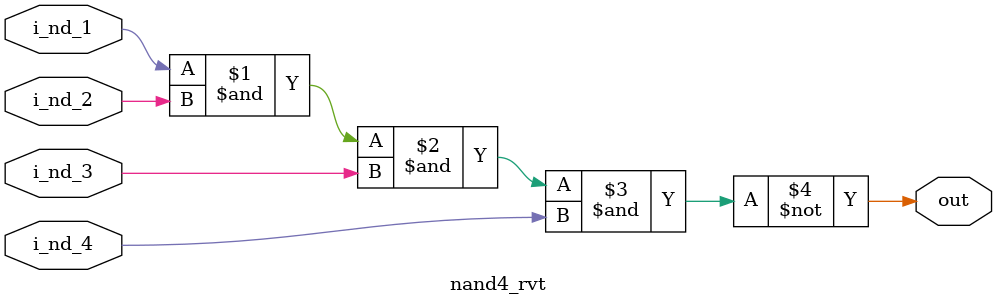
<source format=v>

`timescale 1ps / 100fs

module RO_nand4_rvt_65(
input wire i_Enable,
input wire i_Sel,
output wire o_RO_out
);

/////////////////// Define wires between nand gates ///////////////////
wire [125:0] w_nd_Conn;

assign #100 o_RO_out = ~(w_nd_Conn[125] & w_nd_Conn[125] & i_Sel & i_Enable);

nand4_rvt U1(
.i_nd_1(o_RO_out),
.i_nd_2(o_RO_out),
.i_nd_3(o_RO_out),
.i_nd_4(o_RO_out),
.out(w_nd_Conn[0])
);

nand4_rvt U2(
.i_nd_1(w_nd_Conn[0]),
.i_nd_2(w_nd_Conn[0]),
.i_nd_3(w_nd_Conn[0]),
.i_nd_4(w_nd_Conn[0]),
.out(w_nd_Conn[1])
);

nand4_rvt U3(
.i_nd_1(w_nd_Conn[1]),
.i_nd_2(w_nd_Conn[1]),
.i_nd_3(w_nd_Conn[1]),
.i_nd_4(w_nd_Conn[1]),
.out(w_nd_Conn[2])
);

nand4_rvt U4(
.i_nd_1(w_nd_Conn[2]),
.i_nd_2(w_nd_Conn[2]),
.i_nd_3(w_nd_Conn[2]),
.i_nd_4(w_nd_Conn[2]),
.out(w_nd_Conn[3])
);

nand4_rvt U5(
.i_nd_1(w_nd_Conn[3]),
.i_nd_2(w_nd_Conn[3]),
.i_nd_3(w_nd_Conn[3]),
.i_nd_4(w_nd_Conn[3]),
.out(w_nd_Conn[4])
);

nand4_rvt U6(
.i_nd_1(w_nd_Conn[4]),
.i_nd_2(w_nd_Conn[4]),
.i_nd_3(w_nd_Conn[4]),
.i_nd_4(w_nd_Conn[4]),
.out(w_nd_Conn[5])
);

nand4_rvt U7(
.i_nd_1(w_nd_Conn[5]),
.i_nd_2(w_nd_Conn[5]),
.i_nd_3(w_nd_Conn[5]),
.i_nd_4(w_nd_Conn[5]),
.out(w_nd_Conn[6])
);

nand4_rvt U8(
.i_nd_1(w_nd_Conn[6]),
.i_nd_2(w_nd_Conn[6]),
.i_nd_3(w_nd_Conn[6]),
.i_nd_4(w_nd_Conn[6]),
.out(w_nd_Conn[7])
);

nand4_rvt U9(
.i_nd_1(w_nd_Conn[7]),
.i_nd_2(w_nd_Conn[7]),
.i_nd_3(w_nd_Conn[7]),
.i_nd_4(w_nd_Conn[7]),
.out(w_nd_Conn[8])
);

nand4_rvt U10(
.i_nd_1(w_nd_Conn[8]),
.i_nd_2(w_nd_Conn[8]),
.i_nd_3(w_nd_Conn[8]),
.i_nd_4(w_nd_Conn[8]),
.out(w_nd_Conn[9])
);

nand4_rvt U11(
.i_nd_1(w_nd_Conn[9]),
.i_nd_2(w_nd_Conn[9]),
.i_nd_3(w_nd_Conn[9]),
.i_nd_4(w_nd_Conn[9]),
.out(w_nd_Conn[10])
);

nand4_rvt U12(
.i_nd_1(w_nd_Conn[10]),
.i_nd_2(w_nd_Conn[10]),
.i_nd_3(w_nd_Conn[10]),
.i_nd_4(w_nd_Conn[10]),
.out(w_nd_Conn[11])
);

nand4_rvt U13(
.i_nd_1(w_nd_Conn[11]),
.i_nd_2(w_nd_Conn[11]),
.i_nd_3(w_nd_Conn[11]),
.i_nd_4(w_nd_Conn[11]),
.out(w_nd_Conn[12])
);

nand4_rvt U14(
.i_nd_1(w_nd_Conn[12]),
.i_nd_2(w_nd_Conn[12]),
.i_nd_3(w_nd_Conn[12]),
.i_nd_4(w_nd_Conn[12]),
.out(w_nd_Conn[13])
);

nand4_rvt U15(
.i_nd_1(w_nd_Conn[13]),
.i_nd_2(w_nd_Conn[13]),
.i_nd_3(w_nd_Conn[13]),
.i_nd_4(w_nd_Conn[13]),
.out(w_nd_Conn[14])
);

nand4_rvt U16(
.i_nd_1(w_nd_Conn[14]),
.i_nd_2(w_nd_Conn[14]),
.i_nd_3(w_nd_Conn[14]),
.i_nd_4(w_nd_Conn[14]),
.out(w_nd_Conn[15])
);

nand4_rvt U17(
.i_nd_1(w_nd_Conn[15]),
.i_nd_2(w_nd_Conn[15]),
.i_nd_3(w_nd_Conn[15]),
.i_nd_4(w_nd_Conn[15]),
.out(w_nd_Conn[16])
);

nand4_rvt U18(
.i_nd_1(w_nd_Conn[16]),
.i_nd_2(w_nd_Conn[16]),
.i_nd_3(w_nd_Conn[16]),
.i_nd_4(w_nd_Conn[16]),
.out(w_nd_Conn[17])
);

nand4_rvt U19(
.i_nd_1(w_nd_Conn[17]),
.i_nd_2(w_nd_Conn[17]),
.i_nd_3(w_nd_Conn[17]),
.i_nd_4(w_nd_Conn[17]),
.out(w_nd_Conn[18])
);

nand4_rvt U20(
.i_nd_1(w_nd_Conn[18]),
.i_nd_2(w_nd_Conn[18]),
.i_nd_3(w_nd_Conn[18]),
.i_nd_4(w_nd_Conn[18]),
.out(w_nd_Conn[19])
);

nand4_rvt U21(
.i_nd_1(w_nd_Conn[19]),
.i_nd_2(w_nd_Conn[19]),
.i_nd_3(w_nd_Conn[19]),
.i_nd_4(w_nd_Conn[19]),
.out(w_nd_Conn[20])
);

nand4_rvt U22(
.i_nd_1(w_nd_Conn[20]),
.i_nd_2(w_nd_Conn[20]),
.i_nd_3(w_nd_Conn[20]),
.i_nd_4(w_nd_Conn[20]),
.out(w_nd_Conn[21])
);

nand4_rvt U23(
.i_nd_1(w_nd_Conn[21]),
.i_nd_2(w_nd_Conn[21]),
.i_nd_3(w_nd_Conn[21]),
.i_nd_4(w_nd_Conn[21]),
.out(w_nd_Conn[22])
);

nand4_rvt U24(
.i_nd_1(w_nd_Conn[22]),
.i_nd_2(w_nd_Conn[22]),
.i_nd_3(w_nd_Conn[22]),
.i_nd_4(w_nd_Conn[22]),
.out(w_nd_Conn[23])
);

nand4_rvt U25(
.i_nd_1(w_nd_Conn[23]),
.i_nd_2(w_nd_Conn[23]),
.i_nd_3(w_nd_Conn[23]),
.i_nd_4(w_nd_Conn[23]),
.out(w_nd_Conn[24])
);

nand4_rvt U26(
.i_nd_1(w_nd_Conn[24]),
.i_nd_2(w_nd_Conn[24]),
.i_nd_3(w_nd_Conn[24]),
.i_nd_4(w_nd_Conn[24]),
.out(w_nd_Conn[25])
);

nand4_rvt U27(
.i_nd_1(w_nd_Conn[25]),
.i_nd_2(w_nd_Conn[25]),
.i_nd_3(w_nd_Conn[25]),
.i_nd_4(w_nd_Conn[25]),
.out(w_nd_Conn[26])
);

nand4_rvt U28(
.i_nd_1(w_nd_Conn[26]),
.i_nd_2(w_nd_Conn[26]),
.i_nd_3(w_nd_Conn[26]),
.i_nd_4(w_nd_Conn[26]),
.out(w_nd_Conn[27])
);

nand4_rvt U29(
.i_nd_1(w_nd_Conn[27]),
.i_nd_2(w_nd_Conn[27]),
.i_nd_3(w_nd_Conn[27]),
.i_nd_4(w_nd_Conn[27]),
.out(w_nd_Conn[28])
);

nand4_rvt U30(
.i_nd_1(w_nd_Conn[28]),
.i_nd_2(w_nd_Conn[28]),
.i_nd_3(w_nd_Conn[28]),
.i_nd_4(w_nd_Conn[28]),
.out(w_nd_Conn[29])
);

nand4_rvt U31(
.i_nd_1(w_nd_Conn[29]),
.i_nd_2(w_nd_Conn[29]),
.i_nd_3(w_nd_Conn[29]),
.i_nd_4(w_nd_Conn[29]),
.out(w_nd_Conn[30])
);

nand4_rvt U32(
.i_nd_1(w_nd_Conn[30]),
.i_nd_2(w_nd_Conn[30]),
.i_nd_3(w_nd_Conn[30]),
.i_nd_4(w_nd_Conn[30]),
.out(w_nd_Conn[31])
);

nand4_rvt U33(
.i_nd_1(w_nd_Conn[31]),
.i_nd_2(w_nd_Conn[31]),
.i_nd_3(w_nd_Conn[31]),
.i_nd_4(w_nd_Conn[31]),
.out(w_nd_Conn[32])
);

nand4_rvt U34(
.i_nd_1(w_nd_Conn[32]),
.i_nd_2(w_nd_Conn[32]),
.i_nd_3(w_nd_Conn[32]),
.i_nd_4(w_nd_Conn[32]),
.out(w_nd_Conn[33])
);

nand4_rvt U35(
.i_nd_1(w_nd_Conn[33]),
.i_nd_2(w_nd_Conn[33]),
.i_nd_3(w_nd_Conn[33]),
.i_nd_4(w_nd_Conn[33]),
.out(w_nd_Conn[34])
);

nand4_rvt U36(
.i_nd_1(w_nd_Conn[34]),
.i_nd_2(w_nd_Conn[34]),
.i_nd_3(w_nd_Conn[34]),
.i_nd_4(w_nd_Conn[34]),
.out(w_nd_Conn[35])
);

nand4_rvt U37(
.i_nd_1(w_nd_Conn[35]),
.i_nd_2(w_nd_Conn[35]),
.i_nd_3(w_nd_Conn[35]),
.i_nd_4(w_nd_Conn[35]),
.out(w_nd_Conn[36])
);

nand4_rvt U38(
.i_nd_1(w_nd_Conn[36]),
.i_nd_2(w_nd_Conn[36]),
.i_nd_3(w_nd_Conn[36]),
.i_nd_4(w_nd_Conn[36]),
.out(w_nd_Conn[37])
);

nand4_rvt U39(
.i_nd_1(w_nd_Conn[37]),
.i_nd_2(w_nd_Conn[37]),
.i_nd_3(w_nd_Conn[37]),
.i_nd_4(w_nd_Conn[37]),
.out(w_nd_Conn[38])
);

nand4_rvt U40(
.i_nd_1(w_nd_Conn[38]),
.i_nd_2(w_nd_Conn[38]),
.i_nd_3(w_nd_Conn[38]),
.i_nd_4(w_nd_Conn[38]),
.out(w_nd_Conn[39])
);

nand4_rvt U41(
.i_nd_1(w_nd_Conn[39]),
.i_nd_2(w_nd_Conn[39]),
.i_nd_3(w_nd_Conn[39]),
.i_nd_4(w_nd_Conn[39]),
.out(w_nd_Conn[40])
);

nand4_rvt U42(
.i_nd_1(w_nd_Conn[40]),
.i_nd_2(w_nd_Conn[40]),
.i_nd_3(w_nd_Conn[40]),
.i_nd_4(w_nd_Conn[40]),
.out(w_nd_Conn[41])
);

nand4_rvt U43(
.i_nd_1(w_nd_Conn[41]),
.i_nd_2(w_nd_Conn[41]),
.i_nd_3(w_nd_Conn[41]),
.i_nd_4(w_nd_Conn[41]),
.out(w_nd_Conn[42])
);

nand4_rvt U44(
.i_nd_1(w_nd_Conn[42]),
.i_nd_2(w_nd_Conn[42]),
.i_nd_3(w_nd_Conn[42]),
.i_nd_4(w_nd_Conn[42]),
.out(w_nd_Conn[43])
);

nand4_rvt U45(
.i_nd_1(w_nd_Conn[43]),
.i_nd_2(w_nd_Conn[43]),
.i_nd_3(w_nd_Conn[43]),
.i_nd_4(w_nd_Conn[43]),
.out(w_nd_Conn[44])
);

nand4_rvt U46(
.i_nd_1(w_nd_Conn[44]),
.i_nd_2(w_nd_Conn[44]),
.i_nd_3(w_nd_Conn[44]),
.i_nd_4(w_nd_Conn[44]),
.out(w_nd_Conn[45])
);

nand4_rvt U47(
.i_nd_1(w_nd_Conn[45]),
.i_nd_2(w_nd_Conn[45]),
.i_nd_3(w_nd_Conn[45]),
.i_nd_4(w_nd_Conn[45]),
.out(w_nd_Conn[46])
);

nand4_rvt U48(
.i_nd_1(w_nd_Conn[46]),
.i_nd_2(w_nd_Conn[46]),
.i_nd_3(w_nd_Conn[46]),
.i_nd_4(w_nd_Conn[46]),
.out(w_nd_Conn[47])
);

nand4_rvt U49(
.i_nd_1(w_nd_Conn[47]),
.i_nd_2(w_nd_Conn[47]),
.i_nd_3(w_nd_Conn[47]),
.i_nd_4(w_nd_Conn[47]),
.out(w_nd_Conn[48])
);

nand4_rvt U50(
.i_nd_1(w_nd_Conn[48]),
.i_nd_2(w_nd_Conn[48]),
.i_nd_3(w_nd_Conn[48]),
.i_nd_4(w_nd_Conn[48]),
.out(w_nd_Conn[49])
);

nand4_rvt U51(
.i_nd_1(w_nd_Conn[49]),
.i_nd_2(w_nd_Conn[49]),
.i_nd_3(w_nd_Conn[49]),
.i_nd_4(w_nd_Conn[49]),
.out(w_nd_Conn[50])
);

nand4_rvt U52(
.i_nd_1(w_nd_Conn[50]),
.i_nd_2(w_nd_Conn[50]),
.i_nd_3(w_nd_Conn[50]),
.i_nd_4(w_nd_Conn[50]),
.out(w_nd_Conn[51])
);

nand4_rvt U53(
.i_nd_1(w_nd_Conn[51]),
.i_nd_2(w_nd_Conn[51]),
.i_nd_3(w_nd_Conn[51]),
.i_nd_4(w_nd_Conn[51]),
.out(w_nd_Conn[52])
);

nand4_rvt U54(
.i_nd_1(w_nd_Conn[52]),
.i_nd_2(w_nd_Conn[52]),
.i_nd_3(w_nd_Conn[52]),
.i_nd_4(w_nd_Conn[52]),
.out(w_nd_Conn[53])
);

nand4_rvt U55(
.i_nd_1(w_nd_Conn[53]),
.i_nd_2(w_nd_Conn[53]),
.i_nd_3(w_nd_Conn[53]),
.i_nd_4(w_nd_Conn[53]),
.out(w_nd_Conn[54])
);

nand4_rvt U56(
.i_nd_1(w_nd_Conn[54]),
.i_nd_2(w_nd_Conn[54]),
.i_nd_3(w_nd_Conn[54]),
.i_nd_4(w_nd_Conn[54]),
.out(w_nd_Conn[55])
);

nand4_rvt U57(
.i_nd_1(w_nd_Conn[55]),
.i_nd_2(w_nd_Conn[55]),
.i_nd_3(w_nd_Conn[55]),
.i_nd_4(w_nd_Conn[55]),
.out(w_nd_Conn[56])
);

nand4_rvt U58(
.i_nd_1(w_nd_Conn[56]),
.i_nd_2(w_nd_Conn[56]),
.i_nd_3(w_nd_Conn[56]),
.i_nd_4(w_nd_Conn[56]),
.out(w_nd_Conn[57])
);

nand4_rvt U59(
.i_nd_1(w_nd_Conn[57]),
.i_nd_2(w_nd_Conn[57]),
.i_nd_3(w_nd_Conn[57]),
.i_nd_4(w_nd_Conn[57]),
.out(w_nd_Conn[58])
);

nand4_rvt U60(
.i_nd_1(w_nd_Conn[58]),
.i_nd_2(w_nd_Conn[58]),
.i_nd_3(w_nd_Conn[58]),
.i_nd_4(w_nd_Conn[58]),
.out(w_nd_Conn[59])
);

nand4_rvt U61(
.i_nd_1(w_nd_Conn[59]),
.i_nd_2(w_nd_Conn[59]),
.i_nd_3(w_nd_Conn[59]),
.i_nd_4(w_nd_Conn[59]),
.out(w_nd_Conn[60])
);

nand4_rvt U62(
.i_nd_1(w_nd_Conn[60]),
.i_nd_2(w_nd_Conn[60]),
.i_nd_3(w_nd_Conn[60]),
.i_nd_4(w_nd_Conn[60]),
.out(w_nd_Conn[61])
);

nand4_rvt U63(
.i_nd_1(w_nd_Conn[61]),
.i_nd_2(w_nd_Conn[61]),
.i_nd_3(w_nd_Conn[61]),
.i_nd_4(w_nd_Conn[61]),
.out(w_nd_Conn[62])
);

nand4_rvt U64(
.i_nd_1(w_nd_Conn[62]),
.i_nd_2(w_nd_Conn[62]),
.i_nd_3(w_nd_Conn[62]),
.i_nd_4(w_nd_Conn[62]),
.out(w_nd_Conn[63])
);

nand4_rvt U65(
.i_nd_1(w_nd_Conn[63]),
.i_nd_2(w_nd_Conn[63]),
.i_nd_3(w_nd_Conn[63]),
.i_nd_4(w_nd_Conn[63]),
.out(w_nd_Conn[64])
);

nand4_rvt U66(
.i_nd_1(w_nd_Conn[64]),
.i_nd_2(w_nd_Conn[64]),
.i_nd_3(w_nd_Conn[64]),
.i_nd_4(w_nd_Conn[64]),
.out(w_nd_Conn[65])
);

nand4_rvt U67(
.i_nd_1(w_nd_Conn[65]),
.i_nd_2(w_nd_Conn[65]),
.i_nd_3(w_nd_Conn[65]),
.i_nd_4(w_nd_Conn[65]),
.out(w_nd_Conn[66])
);

nand4_rvt U68(
.i_nd_1(w_nd_Conn[66]),
.i_nd_2(w_nd_Conn[66]),
.i_nd_3(w_nd_Conn[66]),
.i_nd_4(w_nd_Conn[66]),
.out(w_nd_Conn[67])
);

nand4_rvt U69(
.i_nd_1(w_nd_Conn[67]),
.i_nd_2(w_nd_Conn[67]),
.i_nd_3(w_nd_Conn[67]),
.i_nd_4(w_nd_Conn[67]),
.out(w_nd_Conn[68])
);

nand4_rvt U70(
.i_nd_1(w_nd_Conn[68]),
.i_nd_2(w_nd_Conn[68]),
.i_nd_3(w_nd_Conn[68]),
.i_nd_4(w_nd_Conn[68]),
.out(w_nd_Conn[69])
);

nand4_rvt U71(
.i_nd_1(w_nd_Conn[69]),
.i_nd_2(w_nd_Conn[69]),
.i_nd_3(w_nd_Conn[69]),
.i_nd_4(w_nd_Conn[69]),
.out(w_nd_Conn[70])
);

nand4_rvt U72(
.i_nd_1(w_nd_Conn[70]),
.i_nd_2(w_nd_Conn[70]),
.i_nd_3(w_nd_Conn[70]),
.i_nd_4(w_nd_Conn[70]),
.out(w_nd_Conn[71])
);

nand4_rvt U73(
.i_nd_1(w_nd_Conn[71]),
.i_nd_2(w_nd_Conn[71]),
.i_nd_3(w_nd_Conn[71]),
.i_nd_4(w_nd_Conn[71]),
.out(w_nd_Conn[72])
);

nand4_rvt U74(
.i_nd_1(w_nd_Conn[72]),
.i_nd_2(w_nd_Conn[72]),
.i_nd_3(w_nd_Conn[72]),
.i_nd_4(w_nd_Conn[72]),
.out(w_nd_Conn[73])
);

nand4_rvt U75(
.i_nd_1(w_nd_Conn[73]),
.i_nd_2(w_nd_Conn[73]),
.i_nd_3(w_nd_Conn[73]),
.i_nd_4(w_nd_Conn[73]),
.out(w_nd_Conn[74])
);

nand4_rvt U76(
.i_nd_1(w_nd_Conn[74]),
.i_nd_2(w_nd_Conn[74]),
.i_nd_3(w_nd_Conn[74]),
.i_nd_4(w_nd_Conn[74]),
.out(w_nd_Conn[75])
);

nand4_rvt U77(
.i_nd_1(w_nd_Conn[75]),
.i_nd_2(w_nd_Conn[75]),
.i_nd_3(w_nd_Conn[75]),
.i_nd_4(w_nd_Conn[75]),
.out(w_nd_Conn[76])
);

nand4_rvt U78(
.i_nd_1(w_nd_Conn[76]),
.i_nd_2(w_nd_Conn[76]),
.i_nd_3(w_nd_Conn[76]),
.i_nd_4(w_nd_Conn[76]),
.out(w_nd_Conn[77])
);

nand4_rvt U79(
.i_nd_1(w_nd_Conn[77]),
.i_nd_2(w_nd_Conn[77]),
.i_nd_3(w_nd_Conn[77]),
.i_nd_4(w_nd_Conn[77]),
.out(w_nd_Conn[78])
);

nand4_rvt U80(
.i_nd_1(w_nd_Conn[78]),
.i_nd_2(w_nd_Conn[78]),
.i_nd_3(w_nd_Conn[78]),
.i_nd_4(w_nd_Conn[78]),
.out(w_nd_Conn[79])
);

nand4_rvt U81(
.i_nd_1(w_nd_Conn[79]),
.i_nd_2(w_nd_Conn[79]),
.i_nd_3(w_nd_Conn[79]),
.i_nd_4(w_nd_Conn[79]),
.out(w_nd_Conn[80])
);

nand4_rvt U82(
.i_nd_1(w_nd_Conn[80]),
.i_nd_2(w_nd_Conn[80]),
.i_nd_3(w_nd_Conn[80]),
.i_nd_4(w_nd_Conn[80]),
.out(w_nd_Conn[81])
);

nand4_rvt U83(
.i_nd_1(w_nd_Conn[81]),
.i_nd_2(w_nd_Conn[81]),
.i_nd_3(w_nd_Conn[81]),
.i_nd_4(w_nd_Conn[81]),
.out(w_nd_Conn[82])
);

nand4_rvt U84(
.i_nd_1(w_nd_Conn[82]),
.i_nd_2(w_nd_Conn[82]),
.i_nd_3(w_nd_Conn[82]),
.i_nd_4(w_nd_Conn[82]),
.out(w_nd_Conn[83])
);

nand4_rvt U85(
.i_nd_1(w_nd_Conn[83]),
.i_nd_2(w_nd_Conn[83]),
.i_nd_3(w_nd_Conn[83]),
.i_nd_4(w_nd_Conn[83]),
.out(w_nd_Conn[84])
);

nand4_rvt U86(
.i_nd_1(w_nd_Conn[84]),
.i_nd_2(w_nd_Conn[84]),
.i_nd_3(w_nd_Conn[84]),
.i_nd_4(w_nd_Conn[84]),
.out(w_nd_Conn[85])
);

nand4_rvt U87(
.i_nd_1(w_nd_Conn[85]),
.i_nd_2(w_nd_Conn[85]),
.i_nd_3(w_nd_Conn[85]),
.i_nd_4(w_nd_Conn[85]),
.out(w_nd_Conn[86])
);

nand4_rvt U88(
.i_nd_1(w_nd_Conn[86]),
.i_nd_2(w_nd_Conn[86]),
.i_nd_3(w_nd_Conn[86]),
.i_nd_4(w_nd_Conn[86]),
.out(w_nd_Conn[87])
);

nand4_rvt U89(
.i_nd_1(w_nd_Conn[87]),
.i_nd_2(w_nd_Conn[87]),
.i_nd_3(w_nd_Conn[87]),
.i_nd_4(w_nd_Conn[87]),
.out(w_nd_Conn[88])
);

nand4_rvt U90(
.i_nd_1(w_nd_Conn[88]),
.i_nd_2(w_nd_Conn[88]),
.i_nd_3(w_nd_Conn[88]),
.i_nd_4(w_nd_Conn[88]),
.out(w_nd_Conn[89])
);

nand4_rvt U91(
.i_nd_1(w_nd_Conn[89]),
.i_nd_2(w_nd_Conn[89]),
.i_nd_3(w_nd_Conn[89]),
.i_nd_4(w_nd_Conn[89]),
.out(w_nd_Conn[90])
);

nand4_rvt U92(
.i_nd_1(w_nd_Conn[90]),
.i_nd_2(w_nd_Conn[90]),
.i_nd_3(w_nd_Conn[90]),
.i_nd_4(w_nd_Conn[90]),
.out(w_nd_Conn[91])
);

nand4_rvt U93(
.i_nd_1(w_nd_Conn[91]),
.i_nd_2(w_nd_Conn[91]),
.i_nd_3(w_nd_Conn[91]),
.i_nd_4(w_nd_Conn[91]),
.out(w_nd_Conn[92])
);

nand4_rvt U94(
.i_nd_1(w_nd_Conn[92]),
.i_nd_2(w_nd_Conn[92]),
.i_nd_3(w_nd_Conn[92]),
.i_nd_4(w_nd_Conn[92]),
.out(w_nd_Conn[93])
);

nand4_rvt U95(
.i_nd_1(w_nd_Conn[93]),
.i_nd_2(w_nd_Conn[93]),
.i_nd_3(w_nd_Conn[93]),
.i_nd_4(w_nd_Conn[93]),
.out(w_nd_Conn[94])
);

nand4_rvt U96(
.i_nd_1(w_nd_Conn[94]),
.i_nd_2(w_nd_Conn[94]),
.i_nd_3(w_nd_Conn[94]),
.i_nd_4(w_nd_Conn[94]),
.out(w_nd_Conn[95])
);

nand4_rvt U97(
.i_nd_1(w_nd_Conn[95]),
.i_nd_2(w_nd_Conn[95]),
.i_nd_3(w_nd_Conn[95]),
.i_nd_4(w_nd_Conn[95]),
.out(w_nd_Conn[96])
);

nand4_rvt U98(
.i_nd_1(w_nd_Conn[96]),
.i_nd_2(w_nd_Conn[96]),
.i_nd_3(w_nd_Conn[96]),
.i_nd_4(w_nd_Conn[96]),
.out(w_nd_Conn[97])
);

nand4_rvt U99(
.i_nd_1(w_nd_Conn[97]),
.i_nd_2(w_nd_Conn[97]),
.i_nd_3(w_nd_Conn[97]),
.i_nd_4(w_nd_Conn[97]),
.out(w_nd_Conn[98])
);

nand4_rvt U100(
.i_nd_1(w_nd_Conn[98]),
.i_nd_2(w_nd_Conn[98]),
.i_nd_3(w_nd_Conn[98]),
.i_nd_4(w_nd_Conn[98]),
.out(w_nd_Conn[99])
);

nand4_rvt U101(
.i_nd_1(w_nd_Conn[99]),
.i_nd_2(w_nd_Conn[99]),
.i_nd_3(w_nd_Conn[99]),
.i_nd_4(w_nd_Conn[99]),
.out(w_nd_Conn[100])
);

nand4_rvt U102(
.i_nd_1(w_nd_Conn[100]),
.i_nd_2(w_nd_Conn[100]),
.i_nd_3(w_nd_Conn[100]),
.i_nd_4(w_nd_Conn[100]),
.out(w_nd_Conn[101])
);

nand4_rvt U103(
.i_nd_1(w_nd_Conn[101]),
.i_nd_2(w_nd_Conn[101]),
.i_nd_3(w_nd_Conn[101]),
.i_nd_4(w_nd_Conn[101]),
.out(w_nd_Conn[102])
);

nand4_rvt U104(
.i_nd_1(w_nd_Conn[102]),
.i_nd_2(w_nd_Conn[102]),
.i_nd_3(w_nd_Conn[102]),
.i_nd_4(w_nd_Conn[102]),
.out(w_nd_Conn[103])
);

nand4_rvt U105(
.i_nd_1(w_nd_Conn[103]),
.i_nd_2(w_nd_Conn[103]),
.i_nd_3(w_nd_Conn[103]),
.i_nd_4(w_nd_Conn[103]),
.out(w_nd_Conn[104])
);

nand4_rvt U106(
.i_nd_1(w_nd_Conn[104]),
.i_nd_2(w_nd_Conn[104]),
.i_nd_3(w_nd_Conn[104]),
.i_nd_4(w_nd_Conn[104]),
.out(w_nd_Conn[105])
);

nand4_rvt U107(
.i_nd_1(w_nd_Conn[105]),
.i_nd_2(w_nd_Conn[105]),
.i_nd_3(w_nd_Conn[105]),
.i_nd_4(w_nd_Conn[105]),
.out(w_nd_Conn[106])
);

nand4_rvt U108(
.i_nd_1(w_nd_Conn[106]),
.i_nd_2(w_nd_Conn[106]),
.i_nd_3(w_nd_Conn[106]),
.i_nd_4(w_nd_Conn[106]),
.out(w_nd_Conn[107])
);

nand4_rvt U109(
.i_nd_1(w_nd_Conn[107]),
.i_nd_2(w_nd_Conn[107]),
.i_nd_3(w_nd_Conn[107]),
.i_nd_4(w_nd_Conn[107]),
.out(w_nd_Conn[108])
);

nand4_rvt U110(
.i_nd_1(w_nd_Conn[108]),
.i_nd_2(w_nd_Conn[108]),
.i_nd_3(w_nd_Conn[108]),
.i_nd_4(w_nd_Conn[108]),
.out(w_nd_Conn[109])
);

nand4_rvt U111(
.i_nd_1(w_nd_Conn[109]),
.i_nd_2(w_nd_Conn[109]),
.i_nd_3(w_nd_Conn[109]),
.i_nd_4(w_nd_Conn[109]),
.out(w_nd_Conn[110])
);

nand4_rvt U112(
.i_nd_1(w_nd_Conn[110]),
.i_nd_2(w_nd_Conn[110]),
.i_nd_3(w_nd_Conn[110]),
.i_nd_4(w_nd_Conn[110]),
.out(w_nd_Conn[111])
);

nand4_rvt U113(
.i_nd_1(w_nd_Conn[111]),
.i_nd_2(w_nd_Conn[111]),
.i_nd_3(w_nd_Conn[111]),
.i_nd_4(w_nd_Conn[111]),
.out(w_nd_Conn[112])
);

nand4_rvt U114(
.i_nd_1(w_nd_Conn[112]),
.i_nd_2(w_nd_Conn[112]),
.i_nd_3(w_nd_Conn[112]),
.i_nd_4(w_nd_Conn[112]),
.out(w_nd_Conn[113])
);

nand4_rvt U115(
.i_nd_1(w_nd_Conn[113]),
.i_nd_2(w_nd_Conn[113]),
.i_nd_3(w_nd_Conn[113]),
.i_nd_4(w_nd_Conn[113]),
.out(w_nd_Conn[114])
);

nand4_rvt U116(
.i_nd_1(w_nd_Conn[114]),
.i_nd_2(w_nd_Conn[114]),
.i_nd_3(w_nd_Conn[114]),
.i_nd_4(w_nd_Conn[114]),
.out(w_nd_Conn[115])
);

nand4_rvt U117(
.i_nd_1(w_nd_Conn[115]),
.i_nd_2(w_nd_Conn[115]),
.i_nd_3(w_nd_Conn[115]),
.i_nd_4(w_nd_Conn[115]),
.out(w_nd_Conn[116])
);

nand4_rvt U118(
.i_nd_1(w_nd_Conn[116]),
.i_nd_2(w_nd_Conn[116]),
.i_nd_3(w_nd_Conn[116]),
.i_nd_4(w_nd_Conn[116]),
.out(w_nd_Conn[117])
);

nand4_rvt U119(
.i_nd_1(w_nd_Conn[117]),
.i_nd_2(w_nd_Conn[117]),
.i_nd_3(w_nd_Conn[117]),
.i_nd_4(w_nd_Conn[117]),
.out(w_nd_Conn[118])
);

nand4_rvt U120(
.i_nd_1(w_nd_Conn[118]),
.i_nd_2(w_nd_Conn[118]),
.i_nd_3(w_nd_Conn[118]),
.i_nd_4(w_nd_Conn[118]),
.out(w_nd_Conn[119])
);

nand4_rvt U121(
.i_nd_1(w_nd_Conn[119]),
.i_nd_2(w_nd_Conn[119]),
.i_nd_3(w_nd_Conn[119]),
.i_nd_4(w_nd_Conn[119]),
.out(w_nd_Conn[120])
);

nand4_rvt U122(
.i_nd_1(w_nd_Conn[120]),
.i_nd_2(w_nd_Conn[120]),
.i_nd_3(w_nd_Conn[120]),
.i_nd_4(w_nd_Conn[120]),
.out(w_nd_Conn[121])
);

nand4_rvt U123(
.i_nd_1(w_nd_Conn[121]),
.i_nd_2(w_nd_Conn[121]),
.i_nd_3(w_nd_Conn[121]),
.i_nd_4(w_nd_Conn[121]),
.out(w_nd_Conn[122])
);

nand4_rvt U124(
.i_nd_1(w_nd_Conn[122]),
.i_nd_2(w_nd_Conn[122]),
.i_nd_3(w_nd_Conn[122]),
.i_nd_4(w_nd_Conn[122]),
.out(w_nd_Conn[123])
);

nand4_rvt U125(
.i_nd_1(w_nd_Conn[123]),
.i_nd_2(w_nd_Conn[123]),
.i_nd_3(w_nd_Conn[123]),
.i_nd_4(w_nd_Conn[123]),
.out(w_nd_Conn[124])
);

nand4_rvt U126(
.i_nd_1(w_nd_Conn[124]),
.i_nd_2(w_nd_Conn[124]),
.i_nd_3(w_nd_Conn[124]),
.i_nd_4(w_nd_Conn[124]),
.out(w_nd_Conn[125])
);

endmodule

module nand4_rvt(
input wire i_nd_1,
input wire i_nd_2,
input wire i_nd_3,
input wire i_nd_4,
output wire out);

assign #100 out = ~(i_nd_1 & i_nd_2 & i_nd_3 & i_nd_4);

endmodule 


</source>
